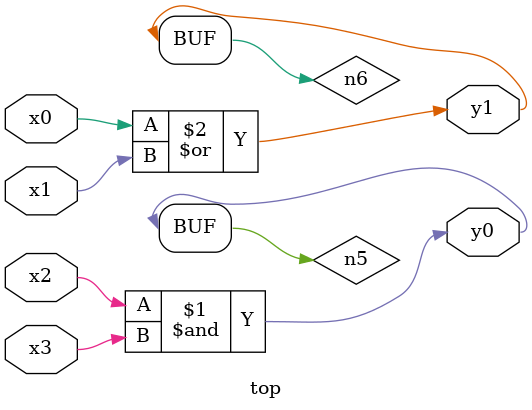
<source format=v>
module top( x0 , x1 , x2 , x3 , y0 , y1 );
  input x0 , x1 , x2 , x3 ;
  output y0 , y1 ;
  wire n5 , n6 ;
  assign n5 = x2 & x3 ;
  assign n6 = x0 | x1 ;
  assign y0 = n5 ;
  assign y1 = n6 ;
endmodule

</source>
